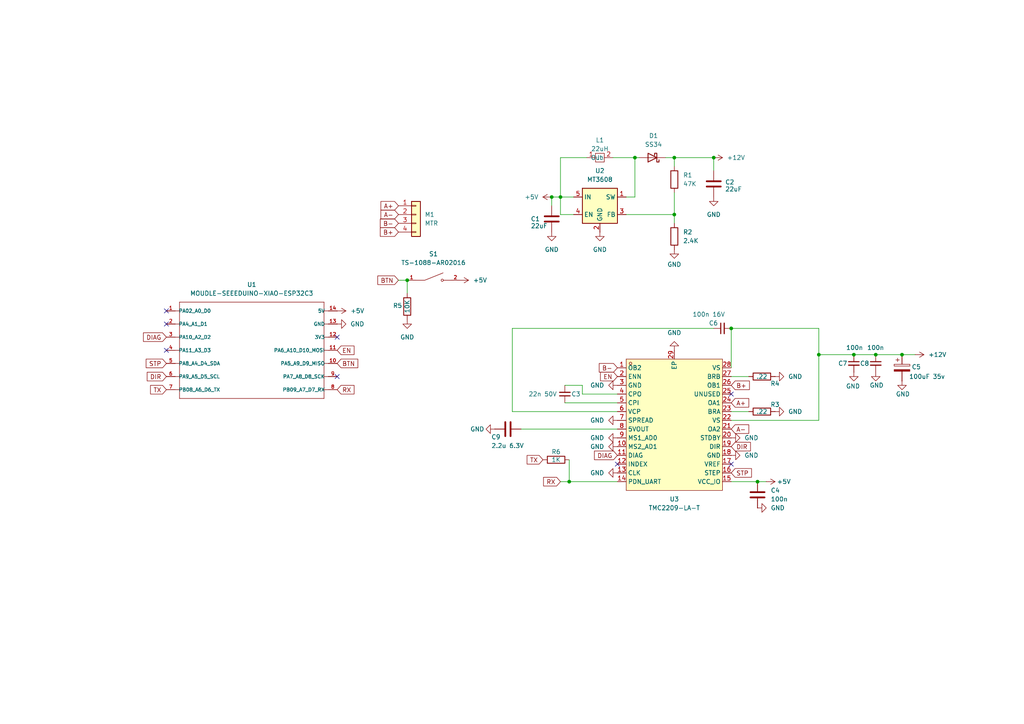
<source format=kicad_sch>
(kicad_sch (version 20231120) (generator "eeschema") (generator_version "8.0")
  (paper "A4")
  (lib_symbols
    (symbol "Connector_Generic:Conn_01x04" (pin_names (offset 1.016) hide)
      (property "Reference" "J" (at 0 5.08 0))
      (property "Value" "Conn_01x04" (at 0 -7.62 0))
      (symbol "Conn_01x04_1_1"
        (rectangle (start -1.27 -4.953) (end 0 -5.207) (stroke (width 0.1524)))
        (rectangle (start -1.27 -2.413) (end 0 -2.667) (stroke (width 0.1524)))
        (rectangle (start -1.27 0.127) (end 0 -0.127) (stroke (width 0.1524)))
        (rectangle (start -1.27 2.667) (end 0 2.413) (stroke (width 0.1524)))
        (rectangle (start -1.27 3.81) (end 1.27 -6.35) (stroke (width 0.254)) (fill (type background)))
        (pin passive line (at -5.08 2.54 0) (length 3.81) (name "Pin_1") (number "1"))
        (pin passive line (at -5.08 0 0) (length 3.81) (name "Pin_2") (number "2"))
        (pin passive line (at -5.08 -2.54 0) (length 3.81) (name "Pin_3") (number "3"))
        (pin passive line (at -5.08 -5.08 0) (length 3.81) (name "Pin_4") (number "4"))
      )
    )
    (symbol "DeKoi:Inductor_CDRH104R"
      (property "Reference" "L" (at 0 0 0))
      (symbol "Inductor_CDRH104R_0_1"
        (rectangle (start -1.27 1.27) (end 1.27 -1.27))
      )
      (symbol "Inductor_CDRH104R_1_1"
        (pin input line (at -3.81 0 0) (length 2.54) (name "In") (number "1"))
        (pin output line (at 3.81 0 180) (length 2.54) (name "Out") (number "2"))
      )
    )
    (symbol "Device:C" (pin_numbers hide) (pin_names (offset 0.254))
      (property "Reference" "C" (at 0.635 2.54 0))
      (property "Value" "C" (at 0.635 -2.54 0))
      (symbol "C_0_1"
        (polyline (pts (xy -2.032 -0.762) (xy 2.032 -0.762)) (stroke (width 0.508)))
        (polyline (pts (xy -2.032 0.762) (xy 2.032 0.762)) (stroke (width 0.508)))
      )
      (symbol "C_1_1"
        (pin passive line (at 0 3.81 270) (length 2.794) (name "~") (number "1"))
        (pin passive line (at 0 -3.81 90) (length 2.794) (name "~") (number "2"))
      )
    )
    (symbol "Device:C_Polarized" (pin_numbers hide) (pin_names (offset 0.254))
      (property "Reference" "C" (at 0.635 2.54 0))
      (property "Value" "C_Polarized" (at 0.635 -2.54 0))
      (symbol "C_Polarized_0_1"
        (rectangle (start -2.286 0.508) (end 2.286 1.016))
        (polyline (pts (xy -1.778 2.286) (xy -0.762 2.286)))
        (polyline (pts (xy -1.27 2.794) (xy -1.27 1.778)))
        (rectangle (start 2.286 -0.508) (end -2.286 -1.016) (fill (type outline)))
      )
      (symbol "C_Polarized_1_1"
        (pin passive line (at 0 3.81 270) (length 2.794) (name "~") (number "1"))
        (pin passive line (at 0 -3.81 90) (length 2.794) (name "~") (number "2"))
      )
    )
    (symbol "Device:C_Small" (pin_numbers hide) (pin_names (offset 0.254) hide)
      (property "Reference" "C" (at 0.254 1.778 0))
      (property "Value" "C_Small" (at 0.254 -2.032 0))
      (symbol "C_Small_0_1"
        (polyline (pts (xy -1.524 -0.508) (xy 1.524 -0.508)) (stroke (width 0.3302)))
        (polyline (pts (xy -1.524 0.508) (xy 1.524 0.508)) (stroke (width 0.3048)))
      )
      (symbol "C_Small_1_1"
        (pin passive line (at 0 2.54 270) (length 2.032) (name "~") (number "1"))
        (pin passive line (at 0 -2.54 90) (length 2.032) (name "~") (number "2"))
      )
    )
    (symbol "Device:D_Schottky" (pin_numbers hide) (pin_names (offset 1.016) hide)
      (property "Reference" "D" (at 0 2.54 0))
      (property "Value" "D_Schottky" (at 0 -2.54 0))
      (symbol "D_Schottky_0_1"
        (polyline (pts (xy 1.27 0) (xy -1.27 0)))
        (polyline (pts (xy 1.27 1.27) (xy 1.27 -1.27) (xy -1.27 0) (xy 1.27 1.27)) (stroke (width 0.254)))
        (polyline (pts (xy -1.905 0.635) (xy -1.905 1.27) (xy -1.27 1.27) (xy -1.27 -1.27) (xy -0.635 -1.27) (xy -0.635 -0.635)) (stroke (width 0.254)))
      )
      (symbol "D_Schottky_1_1"
        (pin passive line (at -3.81 0 0) (length 2.54) (name "K") (number "1"))
        (pin passive line (at 3.81 0 180) (length 2.54) (name "A") (number "2"))
      )
    )
    (symbol "Device:R" (pin_numbers hide) (pin_names (offset 0))
      (property "Reference" "R" (at 2.032 0 90))
      (property "Value" "R" (at 0 0 90))
      (symbol "R_0_1"
        (rectangle (start -1.016 -2.54) (end 1.016 2.54) (stroke (width 0.254)))
      )
      (symbol "R_1_1"
        (pin passive line (at 0 3.81 270) (length 1.27) (name "~") (number "1"))
        (pin passive line (at 0 -3.81 90) (length 1.27) (name "~") (number "2"))
      )
    )
    (symbol "MOUDLE-SEEEDUINO-XIAO-ESP32C3:MOUDLE-SEEEDUINO-XIAO-ESP32C3" (pin_names (offset 1.016))
      (property "Reference" "U" (at -21.59 15.24 0))
      (property "Value" "MOUDLE-SEEEDUINO-XIAO-ESP32C3" (at -21.59 13.97 0))
      (symbol "MOUDLE-SEEEDUINO-XIAO-ESP32C3_0_0"
        (polyline (pts (xy -21.59 -13.97) (xy -21.59 0)) (stroke (width 0.1524)))
        (polyline (pts (xy -21.59 -11.43) (xy -22.86 -11.43)) (stroke (width 0.1524)))
        (polyline (pts (xy -21.59 -7.62) (xy -22.86 -7.62)) (stroke (width 0.1524)))
        (polyline (pts (xy -21.59 -3.81) (xy -22.86 -3.81)) (stroke (width 0.1524)))
        (polyline (pts (xy -21.59 0) (xy -22.86 0)) (stroke (width 0.1524)))
        (polyline (pts (xy -21.59 0) (xy -21.59 3.81)) (stroke (width 0.1524)))
        (polyline (pts (xy -21.59 3.81) (xy -22.86 3.81)) (stroke (width 0.1524)))
        (polyline (pts (xy -21.59 3.81) (xy -21.59 7.62)) (stroke (width 0.1524)))
        (polyline (pts (xy -21.59 7.62) (xy -22.86 7.62)) (stroke (width 0.1524)))
        (polyline (pts (xy -21.59 7.62) (xy -21.59 11.43)) (stroke (width 0.1524)))
        (polyline (pts (xy -21.59 11.43) (xy -22.86 11.43)) (stroke (width 0.1524)))
        (polyline (pts (xy -21.59 11.43) (xy -21.59 13.97)) (stroke (width 0.1524)))
        (polyline (pts (xy -21.59 13.97) (xy 20.32 13.97)) (stroke (width 0.1524)))
        (polyline (pts (xy 20.32 -13.97) (xy -21.59 -13.97)) (stroke (width 0.1524)))
        (polyline (pts (xy 20.32 3.81) (xy 20.32 -13.97)) (stroke (width 0.1524)))
        (polyline (pts (xy 20.32 7.62) (xy 20.32 3.81)) (stroke (width 0.1524)))
        (polyline (pts (xy 20.32 11.43) (xy 20.32 7.62)) (stroke (width 0.1524)))
        (polyline (pts (xy 20.32 13.97) (xy 20.32 11.43)) (stroke (width 0.1524)))
        (polyline (pts (xy 21.59 -11.43) (xy 20.32 -11.43)) (stroke (width 0.1524)))
        (polyline (pts (xy 21.59 -7.62) (xy 20.32 -7.62)) (stroke (width 0.1524)))
        (polyline (pts (xy 21.59 -3.81) (xy 20.32 -3.81)) (stroke (width 0.1524)))
        (polyline (pts (xy 21.59 0) (xy 20.32 0)) (stroke (width 0.1524)))
        (polyline (pts (xy 21.59 3.81) (xy 20.32 3.81)) (stroke (width 0.1524)))
        (polyline (pts (xy 21.59 7.62) (xy 20.32 7.62)) (stroke (width 0.1524)))
        (polyline (pts (xy 21.59 11.43) (xy 20.32 11.43)) (stroke (width 0.1524)))
        (pin bidirectional line (at -25.4 11.43 0) (length 2.54) (name "PA02_A0_D0") (number "1"))
        (pin bidirectional line (at 24.13 -3.81 180) (length 2.54) (name "PA5_A9_D9_MISO") (number "10"))
        (pin bidirectional line (at 24.13 0 180) (length 2.54) (name "PA6_A10_D10_MOSI") (number "11"))
        (pin bidirectional line (at 24.13 3.81 180) (length 2.54) (name "3V3") (number "12"))
        (pin bidirectional line (at 24.13 7.62 180) (length 2.54) (name "GND") (number "13"))
        (pin bidirectional line (at 24.13 11.43 180) (length 2.54) (name "5V") (number "14"))
        (pin bidirectional line (at -25.4 7.62 0) (length 2.54) (name "PA4_A1_D1") (number "2"))
        (pin bidirectional line (at -25.4 3.81 0) (length 2.54) (name "PA10_A2_D2") (number "3"))
        (pin bidirectional line (at -25.4 0 0) (length 2.54) (name "PA11_A3_D3") (number "4"))
        (pin bidirectional line (at -25.4 -3.81 0) (length 2.54) (name "PA8_A4_D4_SDA") (number "5"))
        (pin bidirectional line (at -25.4 -7.62 0) (length 2.54) (name "PA9_A5_D5_SCL") (number "6"))
        (pin bidirectional line (at -25.4 -11.43 0) (length 2.54) (name "PB08_A6_D6_TX") (number "7"))
        (pin bidirectional line (at 24.13 -11.43 180) (length 2.54) (name "PB09_A7_D7_RX") (number "8"))
        (pin bidirectional line (at 24.13 -7.62 180) (length 2.54) (name "PA7_A8_D8_SCK") (number "9"))
      )
    )
    (symbol "Regulator_Switching:MT3608"
      (property "Reference" "U" (at -2.54 8.89 0))
      (property "Value" "MT3608" (at -3.81 6.35 0))
      (symbol "MT3608_0_1"
        (rectangle (start -5.08 5.08) (end 5.08 -5.08) (stroke (width 0.254)) (fill (type background)))
      )
      (symbol "MT3608_1_1"
        (pin passive line (at 7.62 2.54 180) (length 2.54) (name "SW") (number "1"))
        (pin power_in line (at 0 -7.62 90) (length 2.54) (name "GND") (number "2"))
        (pin input line (at 7.62 -2.54 180) (length 2.54) (name "FB") (number "3"))
        (pin input line (at -7.62 -2.54 0) (length 2.54) (name "EN") (number "4"))
        (pin power_in line (at -7.62 2.54 0) (length 2.54) (name "IN") (number "5"))
        (pin no_connect line (at 5.08 0 180) (length 2.54) hide (name "NC") (number "6"))
      )
    )
    (symbol "TS-1088-AR02016:TS-1088-AR02016" (pin_names (offset 1.016))
      (property "Reference" "S" (at -2.54 2.54 0))
      (property "Value" "TS-1088-AR02016" (at -2.54 -2.54 0))
      (symbol "TS-1088-AR02016_0_0"
        (polyline (pts (xy -2.54 0) (xy -5.08 0)) (stroke (width 0.1524)))
        (polyline (pts (xy -2.54 0) (xy 2.794 2.1336)) (stroke (width 0.1524)))
        (polyline (pts (xy 5.08 0) (xy 2.921 0)) (stroke (width 0.1524)))
        (circle (center 2.54 0) (radius 0.3302) (stroke (width 0.1524)))
        (pin passive line (at -7.62 0 0) (length 2.54) (name "~") (number "1"))
        (pin passive line (at 7.62 0 180) (length 2.54) (name "~") (number "2"))
      )
    )
    (symbol "easyeda2kicad:TMC2209-LA-T"
      (property "Reference" "U" (at 0 26.67 0))
      (property "Value" "TMC2209-LA-T" (at 0 -21.59 0))
      (symbol "TMC2209-LA-T_0_1"
        (rectangle (start -13.97 19.05) (end 13.97 -19.05) (fill (type background)))
        (circle (center -12.7 17.78) (radius 0.38))
        (pin unspecified line (at -16.51 16.51 0) (length 2.54) (name "OB2") (number "1"))
        (pin unspecified line (at -16.51 -6.35 0) (length 2.54) (name "MS2_AD1") (number "10"))
        (pin unspecified line (at -16.51 -8.89 0) (length 2.54) (name "DIAG") (number "11"))
        (pin unspecified line (at -16.51 -11.43 0) (length 2.54) (name "INDEX") (number "12"))
        (pin unspecified line (at -16.51 -13.97 0) (length 2.54) (name "CLK") (number "13"))
        (pin unspecified line (at -16.51 -16.51 0) (length 2.54) (name "PDN_UART") (number "14"))
        (pin unspecified line (at 16.51 -16.51 180) (length 2.54) (name "VCC_IO") (number "15"))
        (pin unspecified line (at 16.51 -13.97 180) (length 2.54) (name "STEP") (number "16"))
        (pin unspecified line (at 16.51 -11.43 180) (length 2.54) (name "VREF") (number "17"))
        (pin unspecified line (at 16.51 -8.89 180) (length 2.54) (name "GND") (number "18"))
        (pin unspecified line (at 16.51 -6.35 180) (length 2.54) (name "DIR") (number "19"))
        (pin unspecified line (at -16.51 13.97 0) (length 2.54) (name "ENN") (number "2"))
        (pin unspecified line (at 16.51 -3.81 180) (length 2.54) (name "STDBY") (number "20"))
        (pin unspecified line (at 16.51 -1.27 180) (length 2.54) (name "OA2") (number "21"))
        (pin unspecified line (at 16.51 1.27 180) (length 2.54) (name "VS") (number "22"))
        (pin unspecified line (at 16.51 3.81 180) (length 2.54) (name "BRA") (number "23"))
        (pin unspecified line (at 16.51 6.35 180) (length 2.54) (name "OA1") (number "24"))
        (pin unspecified line (at 16.51 8.89 180) (length 2.54) (name "UNUSED") (number "25"))
        (pin unspecified line (at 16.51 11.43 180) (length 2.54) (name "OB1") (number "26"))
        (pin unspecified line (at 16.51 13.97 180) (length 2.54) (name "BRB") (number "27"))
        (pin unspecified line (at 16.51 16.51 180) (length 2.54) (name "VS") (number "28"))
        (pin unspecified line (at 0 21.59 270) (length 2.54) (name "EP") (number "29"))
        (pin unspecified line (at -16.51 11.43 0) (length 2.54) (name "GND") (number "3"))
        (pin unspecified line (at -16.51 8.89 0) (length 2.54) (name "CPO") (number "4"))
        (pin unspecified line (at -16.51 6.35 0) (length 2.54) (name "CPI") (number "5"))
        (pin unspecified line (at -16.51 3.81 0) (length 2.54) (name "VCP") (number "6"))
        (pin unspecified line (at -16.51 1.27 0) (length 2.54) (name "SPREAD") (number "7"))
        (pin unspecified line (at -16.51 -1.27 0) (length 2.54) (name "5VOUT") (number "8"))
        (pin unspecified line (at -16.51 -3.81 0) (length 2.54) (name "MS1_AD0") (number "9"))
      )
    )
    (symbol "power:+12V" (power) (pin_numbers hide) (pin_names (offset 0) hide)
      (property "Value" "+12V" (at 0 3.556 0))
      (symbol "+12V_0_1"
        (polyline (pts (xy -0.762 1.27) (xy 0 2.54)))
        (polyline (pts (xy 0 0) (xy 0 2.54)))
        (polyline (pts (xy 0 2.54) (xy 0.762 1.27)))
      )
      (symbol "+12V_1_1"
        (pin power_in line (at 0 0 90) (length 0) (name "~") (number "1"))
      )
    )
    (symbol "power:+5V" (power) (pin_numbers hide) (pin_names (offset 0) hide)
      (property "Value" "+5V" (at 0 3.556 0))
      (symbol "+5V_0_1"
        (polyline (pts (xy -0.762 1.27) (xy 0 2.54)))
        (polyline (pts (xy 0 0) (xy 0 2.54)))
        (polyline (pts (xy 0 2.54) (xy 0.762 1.27)))
      )
      (symbol "+5V_1_1"
        (pin power_in line (at 0 0 90) (length 0) (name "~") (number "1"))
      )
    )
    (symbol "power:GND" (power) (pin_numbers hide) (pin_names (offset 0) hide)
      (property "Value" "GND" (at 0 -3.81 0))
      (symbol "GND_0_1"
        (polyline (pts (xy 0 0) (xy 0 -1.27) (xy 1.27 -1.27) (xy 0 -2.54) (xy -1.27 -1.27) (xy 0 -1.27)))
      )
      (symbol "GND_1_1"
        (pin power_in line (at 0 0 270) (length 0) (name "~") (number "1"))
      )
    )
  )
  (junction (at 195.58 62.23))
  (junction (at 162.56 57.15))
  (junction (at 160.02 57.15))
  (junction (at 254 102.87))
  (junction (at 212.09 95.25))
  (junction (at 118.11 81.28))
  (junction (at 261.62 102.87))
  (junction (at 165.1 139.7))
  (junction (at 237.49 102.87))
  (junction (at 219.71 139.7))
  (junction (at 195.58 45.72))
  (junction (at 207.01 45.72))
  (junction (at 247.65 102.87))
  (junction (at 184.15 45.72))
  (no_connect (at 97.79 109.22))
  (no_connect (at 97.79 97.79))
  (no_connect (at 212.09 134.62))
  (no_connect (at 212.09 114.3))
  (no_connect (at 179.07 134.62))
  (no_connect (at 48.26 101.6))
  (no_connect (at 48.26 93.98))
  (no_connect (at 48.26 90.17))
  (wire (pts (xy 217.17 109.22) (xy 212.09 109.22)))
  (wire (pts (xy 162.56 139.7) (xy 165.1 139.7)))
  (wire (pts (xy 165.1 133.35) (xy 165.1 139.7)))
  (wire (pts (xy 162.56 45.72) (xy 170.18 45.72)))
  (wire (pts (xy 193.04 45.72) (xy 195.58 45.72)))
  (wire (pts (xy 207.01 49.53) (xy 207.01 45.72)))
  (wire (pts (xy 247.65 102.87) (xy 254 102.87)))
  (wire (pts (xy 237.49 102.87) (xy 247.65 102.87)))
  (wire (pts (xy 162.56 57.15) (xy 166.37 57.15)))
  (wire (pts (xy 261.62 102.87) (xy 265.43 102.87)))
  (wire (pts (xy 148.59 95.25) (xy 148.59 119.38)))
  (wire (pts (xy 212.09 139.7) (xy 219.71 139.7)))
  (wire (pts (xy 212.09 106.68) (xy 212.09 95.25)))
  (wire (pts (xy 177.8 45.72) (xy 184.15 45.72)))
  (wire (pts (xy 195.58 55.88) (xy 195.58 62.23)))
  (wire (pts (xy 195.58 62.23) (xy 195.58 64.77)))
  (wire (pts (xy 237.49 102.87) (xy 237.49 95.25)))
  (wire (pts (xy 181.61 62.23) (xy 195.58 62.23)))
  (wire (pts (xy 237.49 121.92) (xy 237.49 102.87)))
  (wire (pts (xy 237.49 95.25) (xy 212.09 95.25)))
  (wire (pts (xy 195.58 45.72) (xy 195.58 48.26)))
  (wire (pts (xy 162.56 62.23) (xy 162.56 57.15)))
  (wire (pts (xy 181.61 57.15) (xy 184.15 57.15)))
  (wire (pts (xy 115.57 81.28) (xy 118.11 81.28)))
  (wire (pts (xy 166.37 62.23) (xy 162.56 62.23)))
  (wire (pts (xy 168.91 114.3) (xy 179.07 114.3)))
  (wire (pts (xy 254 102.87) (xy 261.62 102.87)))
  (wire (pts (xy 118.11 81.28) (xy 118.11 85.09)))
  (wire (pts (xy 212.09 121.92) (xy 237.49 121.92)))
  (wire (pts (xy 207.01 95.25) (xy 148.59 95.25)))
  (wire (pts (xy 160.02 57.15) (xy 160.02 59.69)))
  (wire (pts (xy 219.71 139.7) (xy 222.25 139.7)))
  (wire (pts (xy 160.02 57.15) (xy 162.56 57.15)))
  (wire (pts (xy 165.1 139.7) (xy 179.07 139.7)))
  (wire (pts (xy 168.91 111.76) (xy 163.83 111.76)))
  (wire (pts (xy 148.59 119.38) (xy 179.07 119.38)))
  (wire (pts (xy 217.17 119.38) (xy 212.09 119.38)))
  (wire (pts (xy 163.83 116.84) (xy 179.07 116.84)))
  (wire (pts (xy 168.91 111.76) (xy 168.91 114.3)))
  (wire (pts (xy 151.13 124.46) (xy 179.07 124.46)))
  (wire (pts (xy 207.01 45.72) (xy 195.58 45.72)))
  (wire (pts (xy 162.56 57.15) (xy 162.56 45.72)))
  (wire (pts (xy 184.15 45.72) (xy 185.42 45.72)))
  (wire (pts (xy 184.15 57.15) (xy 184.15 45.72)))
  (global_label "RX" (shape input) (at 97.79 113.03 0) (property "Intersheetrefs" "${INTERSHEET_REFS}" (effects (hide yes))))
  (global_label "A+" (shape input) (at 115.57 59.69 180) (property "Intersheetrefs" "${INTERSHEET_REFS}" (effects (hide yes))))
  (global_label "DIR" (shape input) (at 48.26 109.22 180) (property "Intersheetrefs" "${INTERSHEET_REFS}" (effects (hide yes))))
  (global_label "BTN" (shape input) (at 97.79 105.41 0) (property "Intersheetrefs" "${INTERSHEET_REFS}" (effects (hide yes))))
  (global_label "TX" (shape input) (at 48.26 113.03 180) (property "Intersheetrefs" "${INTERSHEET_REFS}" (effects (hide yes))))
  (global_label "DIAG" (shape input) (at 48.26 97.79 180) (property "Intersheetrefs" "${INTERSHEET_REFS}" (effects (hide yes))))
  (global_label "STP" (shape input) (at 48.26 105.41 180) (property "Intersheetrefs" "${INTERSHEET_REFS}" (effects (hide yes))))
  (global_label "STP" (shape input) (at 212.09 137.16 0) (property "Intersheetrefs" "${INTERSHEET_REFS}" (effects (hide yes))))
  (global_label "RX" (shape input) (at 162.56 139.7 180) (property "Intersheetrefs" "${INTERSHEET_REFS}" (effects (hide yes))))
  (global_label "A-" (shape input) (at 212.09 124.46 0) (property "Intersheetrefs" "${INTERSHEET_REFS}" (effects (hide yes))))
  (global_label "EN" (shape input) (at 97.79 101.6 0) (property "Intersheetrefs" "${INTERSHEET_REFS}" (effects (hide yes))))
  (global_label "A-" (shape input) (at 115.57 62.23 180) (property "Intersheetrefs" "${INTERSHEET_REFS}" (effects (hide yes))))
  (global_label "BTN" (shape input) (at 115.57 81.28 180) (property "Intersheetrefs" "${INTERSHEET_REFS}" (effects (hide yes))))
  (global_label "B-" (shape input) (at 179.07 106.68 180) (property "Intersheetrefs" "${INTERSHEET_REFS}" (effects (hide yes))))
  (global_label "B+" (shape input) (at 212.09 111.76 0) (property "Intersheetrefs" "${INTERSHEET_REFS}" (effects (hide yes))))
  (global_label "EN" (shape input) (at 179.07 109.22 180) (property "Intersheetrefs" "${INTERSHEET_REFS}" (effects (hide yes))))
  (global_label "DIAG" (shape input) (at 179.07 132.08 180) (property "Intersheetrefs" "${INTERSHEET_REFS}" (effects (hide yes))))
  (global_label "B-" (shape input) (at 115.57 64.77 180) (property "Intersheetrefs" "${INTERSHEET_REFS}" (effects (hide yes))))
  (global_label "TX" (shape input) (at 157.48 133.35 180) (property "Intersheetrefs" "${INTERSHEET_REFS}" (effects (hide yes))))
  (global_label "B+" (shape input) (at 115.57 67.31 180) (property "Intersheetrefs" "${INTERSHEET_REFS}" (effects (hide yes))))
  (global_label "A+" (shape input) (at 212.09 116.84 0) (property "Intersheetrefs" "${INTERSHEET_REFS}" (effects (hide yes))))
  (global_label "DIR" (shape input) (at 212.09 129.54 0) (property "Intersheetrefs" "${INTERSHEET_REFS}" (effects (hide yes))))
  (symbol (lib_id "power:GND") (at 179.07 121.92 270) (unit 1)
    (property "Reference" "#PWR32" (effects (hide yes)))
    (property "Value" "GND" (at 175.26 121.9199 90) (effects (justify right)))
    (property "Description" "Power symbol creates a global label with name \"GND\" , ground" (effects (hide yes)))
  )
  (symbol (lib_id "power:GND") (at 247.65 107.95 0) (unit 1)
    (property "Reference" "#PWR24" (effects (hide yes)))
    (property "Value" "GND" (at 247.396 112.014 0))
    (property "Description" "Power symbol creates a global label with name \"GND\" , ground" (effects (hide yes)))
  )
  (symbol (lib_id "power:+5V") (at 97.79 90.17 270) (unit 1)
    (property "Reference" "#PWR15" (effects (hide yes)))
    (property "Value" "+5V" (at 101.6 90.1699 90) (effects (justify left)))
    (property "Description" "Power symbol creates a global label with name \"+5V\"" (effects (hide yes)))
  )
  (symbol (lib_id "Device:C") (at 219.71 143.51 0) (unit 1)
    (property "Reference" "C4" (at 223.52 142.2399 0) (effects (justify left)))
    (property "Value" "100n" (at 223.52 144.7799 0) (effects (justify left)))
    (property "Footprint" "Capacitor_SMD:C_1206_3216Metric" (effects (hide yes)))
    (property "Description" "Unpolarized capacitor" (effects (hide yes)))
    (property "LCSC Part" "C2170367" (effects (hide yes)))
  )
  (symbol (lib_id "power:GND") (at 219.71 147.32 90) (unit 1)
    (property "Reference" "#PWR1" (effects (hide yes)))
    (property "Value" "GND" (at 223.52 147.3199 90) (effects (justify right)))
    (property "Description" "Power symbol creates a global label with name \"GND\" , ground" (effects (hide yes)))
  )
  (symbol (lib_id "power:GND") (at 207.01 57.15 0) (unit 1)
    (property "Reference" "#PWR14" (effects (hide yes)))
    (property "Value" "GND" (at 207.01 62.23 0))
    (property "Description" "Power symbol creates a global label with name \"GND\" , ground" (effects (hide yes)))
  )
  (symbol (lib_id "TS-1088-AR02016:TS-1088-AR02016") (at 125.73 81.28 0) (unit 1)
    (property "Reference" "S1" (at 125.73 73.66 0))
    (property "Value" "TS-1088-AR02016" (at 125.73 76.2 0))
    (property "Footprint" "CustomFootprints:SW_TS-1088-AR02016" (effects (hide yes)))
    (property "MF" "Xunpu" (effects (hide yes)))
    (property "MAXIMUM_PACKAGE_HEIGHT" "2.0 mm" (effects (hide yes)))
    (property "Package" "Package" (effects (hide yes)))
    (property "Price" "None" (effects (hide yes)))
    (property "Check_prices" "https://www.snapeda.com/parts/TS-1088-AR02016/Xunpu/view-part/?ref=eda" (effects (hide yes)))
    (property "STANDARD" "Manufacturer Recommendations" (effects (hide yes)))
    (property "PARTREV" "N/A" (effects (hide yes)))
    (property "SnapEDA_Link" "https://www.snapeda.com/parts/TS-1088-AR02016/Xunpu/view-part/?ref=snap" (effects (hide yes)))
    (property "MP" "TS-1088-AR02016" (effects (hide yes)))
    (property "Description_1" "\n                        \n                            50mA 4mm 100MΩ 100,000 Times 12V 160gf 3mm 2mm Round Button Vertical welding SPST SMD Tactile Switches ROHS\n                        \n" (effects (hide yes)))
    (property "Availability" "Not in stock" (effects (hide yes)))
    (property "MANUFACTURER" "Xunpu" (effects (hide yes)))
  )
  (symbol (lib_id "power:GND") (at 97.79 93.98 90) (unit 1)
    (property "Reference" "#PWR16" (effects (hide yes)))
    (property "Value" "GND" (at 101.6 93.9799 90) (effects (justify right)))
    (property "Description" "Power symbol creates a global label with name \"GND\" , ground" (effects (hide yes)))
  )
  (symbol (lib_id "MOUDLE-SEEEDUINO-XIAO-ESP32C3:MOUDLE-SEEEDUINO-XIAO-ESP32C3") (at 73.66 101.6 0) (unit 1)
    (property "Reference" "U1" (at 73.025 82.55 0))
    (property "Value" "MOUDLE-SEEEDUINO-XIAO-ESP32C3" (at 73.025 85.09 0))
    (property "Footprint" "Libraries:XIAO-ESP32C3-SMD" (effects (hide yes)))
  )
  (symbol (lib_id "power:+5V") (at 133.35 81.28 270) (unit 1)
    (property "Reference" "#PWR3" (effects (hide yes)))
    (property "Value" "+5V" (at 137.195 81.2799 90) (effects (justify left)))
    (property "Description" "Power symbol creates a global label with name \"+5V\"" (effects (hide yes)))
  )
  (symbol (lib_id "power:GND") (at 179.07 127 270) (unit 1)
    (property "Reference" "#PWR34" (effects (hide yes)))
    (property "Value" "GND" (at 175.26 126.9999 90) (effects (justify right)))
    (property "Description" "Power symbol creates a global label with name \"GND\" , ground" (effects (hide yes)))
  )
  (symbol (lib_id "power:GND") (at 179.07 137.16 270) (unit 1)
    (property "Reference" "#PWR31" (effects (hide yes)))
    (property "Value" "GND" (at 175.26 137.1599 90) (effects (justify right)))
    (property "Description" "Power symbol creates a global label with name \"GND\" , ground" (effects (hide yes)))
  )
  (symbol (lib_id "power:GND") (at 173.99 67.31 0) (unit 1)
    (property "Reference" "#PWR7" (effects (hide yes)))
    (property "Value" "GND" (at 173.99 72.39 0))
    (property "Description" "Power symbol creates a global label with name \"GND\" , ground" (effects (hide yes)))
  )
  (symbol (lib_id "Device:C") (at 160.02 63.5 0) (unit 1)
    (property "Reference" "C1" (at 153.924 63.5 0) (effects (justify left)))
    (property "Value" "22uF" (at 153.924 65.532 0) (effects (justify left)))
    (property "Footprint" "Capacitor_SMD:C_1812_4532Metric" (effects (hide yes)))
    (property "Description" "Unpolarized capacitor" (effects (hide yes)))
  )
  (symbol (lib_id "power:GND") (at 179.07 111.76 270) (unit 1)
    (property "Reference" "#PWR26" (effects (hide yes)))
    (property "Value" "GND" (at 175.26 111.7599 90) (effects (justify right)))
    (property "Description" "Power symbol creates a global label with name \"GND\" , ground" (effects (hide yes)))
  )
  (symbol (lib_id "power:GND") (at 261.62 110.49 0) (unit 1)
    (property "Reference" "#PWR11" (effects (hide yes)))
    (property "Value" "GND" (at 261.874 114.3 0))
    (property "Description" "Power symbol creates a global label with name \"GND\" , ground" (effects (hide yes)))
  )
  (symbol (lib_id "Regulator_Switching:MT3608") (at 173.99 59.69 0) (unit 1)
    (property "Reference" "U2" (at 173.99 49.53 0))
    (property "Value" "MT3608" (at 173.99 52.07 0))
    (property "Footprint" "Package_TO_SOT_SMD:SOT-23-6" (effects (hide yes)))
    (property "Datasheet" "https://www.olimex.com/Products/Breadboarding/BB-PWR-3608/resources/MT3608.pdf" (effects (hide yes)))
    (property "Description" "High Efficiency 1.2MHz 2A Step Up Converter, 2-24V Vin, 28V Vout, 4A current limit, 1.2MHz, SOT23-6" (effects (hide yes)))
  )
  (symbol (lib_id "power:GND") (at 212.09 127 90) (unit 1)
    (property "Reference" "#PWR27" (effects (hide yes)))
    (property "Value" "GND" (at 215.9 126.9999 90) (effects (justify right)))
    (property "Description" "Power symbol creates a global label with name \"GND\" , ground" (effects (hide yes)))
  )
  (symbol (lib_id "power:GND") (at 179.07 129.54 270) (unit 1)
    (property "Reference" "#PWR33" (effects (hide yes)))
    (property "Value" "GND" (at 175.26 129.5399 90) (effects (justify right)))
    (property "Description" "Power symbol creates a global label with name \"GND\" , ground" (effects (hide yes)))
  )
  (symbol (lib_id "power:GND") (at 195.58 72.39 0) (unit 1)
    (property "Reference" "#PWR10" (effects (hide yes)))
    (property "Value" "GND" (at 195.58 76.708 0))
    (property "Description" "Power symbol creates a global label with name \"GND\" , ground" (effects (hide yes)))
  )
  (symbol (lib_id "Device:R") (at 195.58 68.58 0) (unit 1)
    (property "Reference" "R2" (at 198.12 67.3099 0) (effects (justify left)))
    (property "Value" "2.4K" (at 198.12 69.8499 0) (effects (justify left)))
    (property "Footprint" "Resistor_SMD:R_1206_3216Metric_Pad1.30x1.75mm_HandSolder" (effects (hide yes)))
    (property "Description" "Resistor" (effects (hide yes)))
  )
  (symbol (lib_id "power:GND") (at 160.02 67.31 0) (unit 1)
    (property "Reference" "#PWR6" (effects (hide yes)))
    (property "Value" "GND" (at 160.02 72.39 0))
    (property "Description" "Power symbol creates a global label with name \"GND\" , ground" (effects (hide yes)))
  )
  (symbol (lib_id "DeKoi:Inductor_CDRH104R") (at 173.99 45.72 0) (unit 1)
    (property "Reference" "L1" (at 173.99 40.64 0))
    (property "Value" "22uH" (at 173.99 43.18 0))
    (property "Footprint" "DeKoi:Inductor_CDRH104R" (effects (hide yes)))
  )
  (symbol (lib_id "Device:R") (at 161.29 133.35 90) (unit 1)
    (property "Reference" "R6" (at 161.29 131.064 90))
    (property "Value" "1K" (at 161.29 133.35 90))
    (property "Footprint" "Resistor_SMD:R_1206_3216Metric" (effects (hide yes)))
    (property "Description" "Resistor" (effects (hide yes)))
  )
  (symbol (lib_id "Device:R") (at 118.11 88.9 0) (unit 1)
    (property "Reference" "R5" (at 115.316 88.646 0))
    (property "Value" "10K" (at 118.11 88.9 90))
    (property "Footprint" "Resistor_SMD:R_1206_3216Metric" (effects (hide yes)))
    (property "Description" "Resistor" (effects (hide yes)))
  )
  (symbol (lib_id "power:+12V") (at 265.43 102.87 270) (unit 1)
    (property "Reference" "#PWR23" (effects (hide yes)))
    (property "Value" "+12V" (at 269.24 102.8699 90) (effects (justify left)))
    (property "Description" "Power symbol creates a global label with name \"+12V\"" (effects (hide yes)))
  )
  (symbol (lib_id "power:GND") (at 224.79 119.38 90) (unit 1)
    (property "Reference" "#PWR18" (effects (hide yes)))
    (property "Value" "GND" (at 228.6 119.3799 90) (effects (justify right)))
    (property "Description" "Power symbol creates a global label with name \"GND\" , ground" (effects (hide yes)))
  )
  (symbol (lib_id "power:+5V") (at 222.25 139.7 270) (unit 1)
    (property "Reference" "#PWR2" (effects (hide yes)))
    (property "Value" "+5V" (at 225.298 139.7 90) (effects (justify left)))
    (property "Description" "Power symbol creates a global label with name \"+5V\"" (effects (hide yes)))
  )
  (symbol (lib_id "Device:R") (at 220.98 109.22 270) (unit 1)
    (property "Reference" "R4" (at 224.79 111.252 90))
    (property "Value" ".22" (at 220.98 109.22 90))
    (property "Footprint" "Resistor_SMD:R_1210_3225Metric" (effects (hide yes)))
    (property "Description" "Resistor" (effects (hide yes)))
  )
  (symbol (lib_id "power:+5V") (at 160.02 57.15 90) (unit 1)
    (property "Reference" "#PWR5" (effects (hide yes)))
    (property "Value" "+5V" (at 156.21 57.1499 90) (effects (justify left)))
    (property "Description" "Power symbol creates a global label with name \"+5V\"" (effects (hide yes)))
  )
  (symbol (lib_id "Connector_Generic:Conn_01x04") (at 120.65 62.23 0) (unit 1)
    (property "Reference" "M1" (at 123.19 62.2299 0) (effects (justify left)))
    (property "Value" "MTR" (at 123.19 64.7699 0) (effects (justify left)))
    (property "Footprint" "Connector_JST:JST_XH_B4B-XH-A_1x04_P2.50mm_Vertical" (effects (hide yes)))
    (property "Description" "Generic connector, single row, 01x04, script generated (kicad-library-utils/schlib/autogen/connector/)" (effects (hide yes)))
  )
  (symbol (lib_id "Device:C") (at 207.01 53.34 0) (unit 1)
    (property "Reference" "C2" (at 210.312 52.832 0) (effects (justify left)))
    (property "Value" "22uF" (at 210.312 54.864 0) (effects (justify left)))
    (property "Footprint" "Capacitor_SMD:C_1812_4532Metric" (effects (hide yes)))
    (property "Description" "Unpolarized capacitor" (effects (hide yes)))
  )
  (symbol (lib_id "Device:R") (at 220.98 119.38 270) (unit 1)
    (property "Reference" "R3" (at 224.79 117.348 90))
    (property "Value" ".22" (at 220.98 119.38 90))
    (property "Footprint" "Resistor_SMD:R_1210_3225Metric" (effects (hide yes)))
    (property "Description" "Resistor" (effects (hide yes)))
    (property "LCSC Part" "C5138992" (effects (hide yes)))
  )
  (symbol (lib_id "Device:C_Small") (at 163.83 114.3 180) (unit 1)
    (property "Reference" "C3" (at 168.402 114.3 0) (effects (justify left)))
    (property "Value" "22n 50V" (at 161.544 114.3 0) (effects (justify left)))
    (property "Footprint" "Capacitor_SMD:C_0805_2012Metric" (effects (hide yes)))
    (property "Description" "Unpolarized capacitor, small symbol" (effects (hide yes)))
    (property "LCSC Part" "C2175869" (effects (hide yes)))
  )
  (symbol (lib_id "Device:R") (at 195.58 52.07 0) (unit 1)
    (property "Reference" "R1" (at 198.12 50.7999 0) (effects (justify left)))
    (property "Value" "47K" (at 198.12 53.3399 0) (effects (justify left)))
    (property "Footprint" "Resistor_SMD:R_1206_3216Metric_Pad1.30x1.75mm_HandSolder" (effects (hide yes)))
    (property "Description" "Resistor" (effects (hide yes)))
  )
  (symbol (lib_id "power:GND") (at 143.51 124.46 270) (unit 1)
    (property "Reference" "#PWR8" (effects (hide yes)))
    (property "Value" "GND" (at 138.43 124.46 90))
    (property "Description" "Power symbol creates a global label with name \"GND\" , ground" (effects (hide yes)))
  )
  (symbol (lib_id "Device:C_Small") (at 254 105.41 0) (unit 1)
    (property "Reference" "C8" (at 249.428 105.41 0) (effects (justify left)))
    (property "Value" "100n" (at 251.46 100.838 0) (effects (justify left)))
    (property "Footprint" "Capacitor_SMD:C_0805_2012Metric" (effects (hide yes)))
    (property "Description" "Unpolarized capacitor, small symbol" (effects (hide yes)))
    (property "LCSC Part" "C2170367" (effects (hide yes)))
  )
  (symbol (lib_id "easyeda2kicad:TMC2209-LA-T") (at 195.58 123.19 0) (unit 1)
    (property "Reference" "U3" (at 195.58 144.78 0))
    (property "Value" "TMC2209-LA-T" (at 195.58 147.32 0))
    (property "Footprint" "easyeda2kicad:QFN-28_L5.0-W5.0-P0.50-BL-EP" (effects (hide yes)))
    (property "LCSC Part" "C2150710" (effects (hide yes)))
  )
  (symbol (lib_id "Device:C_Small") (at 247.65 105.41 0) (unit 1)
    (property "Reference" "C7" (at 243.078 105.41 0) (effects (justify left)))
    (property "Value" "100n" (at 245.364 100.838 0) (effects (justify left)))
    (property "Footprint" "Capacitor_SMD:C_0805_2012Metric" (effects (hide yes)))
    (property "Description" "Unpolarized capacitor, small symbol" (effects (hide yes)))
    (property "LCSC Part" "C2170367" (effects (hide yes)))
  )
  (symbol (lib_id "power:+12V") (at 207.01 45.72 270) (unit 1)
    (property "Reference" "#PWR13" (effects (hide yes)))
    (property "Value" "+12V" (at 210.82 45.7199 90) (effects (justify left)))
    (property "Description" "Power symbol creates a global label with name \"+12V\"" (effects (hide yes)))
  )
  (symbol (lib_id "Device:C_Polarized") (at 261.62 106.68 0) (unit 1)
    (property "Reference" "C5" (at 264.414 106.426 0) (effects (justify left)))
    (property "Value" "100uF 35v" (at 263.652 109.22 0) (effects (justify left)))
    (property "Footprint" "Capacitor_SMD:CP_Elec_6.3x7.7" (effects (hide yes)))
    (property "Description" "Polarized capacitor" (effects (hide yes)))
    (property "LCSC Part" "C2836442" (effects (hide yes)))
  )
  (symbol (lib_id "Device:C_Small") (at 209.55 95.25 90) (unit 1)
    (property "Reference" "C6" (at 208.28 93.726 90) (effects (justify left)))
    (property "Value" "100n 16V" (at 210.312 91.186 90) (effects (justify left)))
    (property "Footprint" "Resistor_SMD:R_0805_2012Metric" (effects (hide yes)))
    (property "Description" "Unpolarized capacitor, small symbol" (effects (hide yes)))
    (property "LCSC Part" "C2170367" (effects (hide yes)))
  )
  (symbol (lib_id "power:GND") (at 195.58 101.6 180) (unit 1)
    (property "Reference" "#PWR12" (effects (hide yes)))
    (property "Value" "GND" (at 195.58 96.52 0))
    (property "Description" "Power symbol creates a global label with name \"GND\" , ground" (effects (hide yes)))
  )
  (symbol (lib_id "Device:C") (at 147.32 124.46 270) (unit 1)
    (property "Reference" "C9" (at 142.494 126.746 90) (effects (justify left)))
    (property "Value" "2.2u 6.3V" (at 142.494 129.286 90) (effects (justify left)))
    (property "Footprint" "Capacitor_SMD:C_0805_2012Metric" (effects (hide yes)))
    (property "Description" "Unpolarized capacitor" (effects (hide yes)))
    (property "LCSC Part" "C520034" (effects (hide yes)))
  )
  (symbol (lib_id "power:GND") (at 254 107.95 0) (unit 1)
    (property "Reference" "#PWR25" (effects (hide yes)))
    (property "Value" "GND" (at 254.254 111.76 0))
    (property "Description" "Power symbol creates a global label with name \"GND\" , ground" (effects (hide yes)))
  )
  (symbol (lib_id "power:GND") (at 212.09 132.08 90) (unit 1)
    (property "Reference" "#PWR22" (effects (hide yes)))
    (property "Value" "GND" (at 215.9 132.0799 90) (effects (justify right)))
    (property "Description" "Power symbol creates a global label with name \"GND\" , ground" (effects (hide yes)))
  )
  (symbol (lib_id "Device:D_Schottky") (at 189.23 45.72 180) (unit 1)
    (property "Reference" "D1" (at 189.5475 39.37 0))
    (property "Value" "SS34" (at 189.5475 41.91 0))
    (property "Footprint" "Diode_SMD:D_SMA-SMB_Universal_Handsoldering" (effects (hide yes)))
    (property "Description" "Schottky diode" (effects (hide yes)))
  )
  (symbol (lib_id "power:GND") (at 118.11 92.71 0) (unit 1)
    (property "Reference" "#PWR4" (effects (hide yes)))
    (property "Value" "GND" (at 118.11 97.79 0))
    (property "Description" "Power symbol creates a global label with name \"GND\" , ground" (effects (hide yes)))
  )
  (symbol (lib_id "power:GND") (at 224.79 109.22 90) (unit 1)
    (property "Reference" "#PWR19" (effects (hide yes)))
    (property "Value" "GND" (at 228.6 109.2199 90) (effects (justify right)))
    (property "Description" "Power symbol creates a global label with name \"GND\" , ground" (effects (hide yes)))
  )
)
</source>
